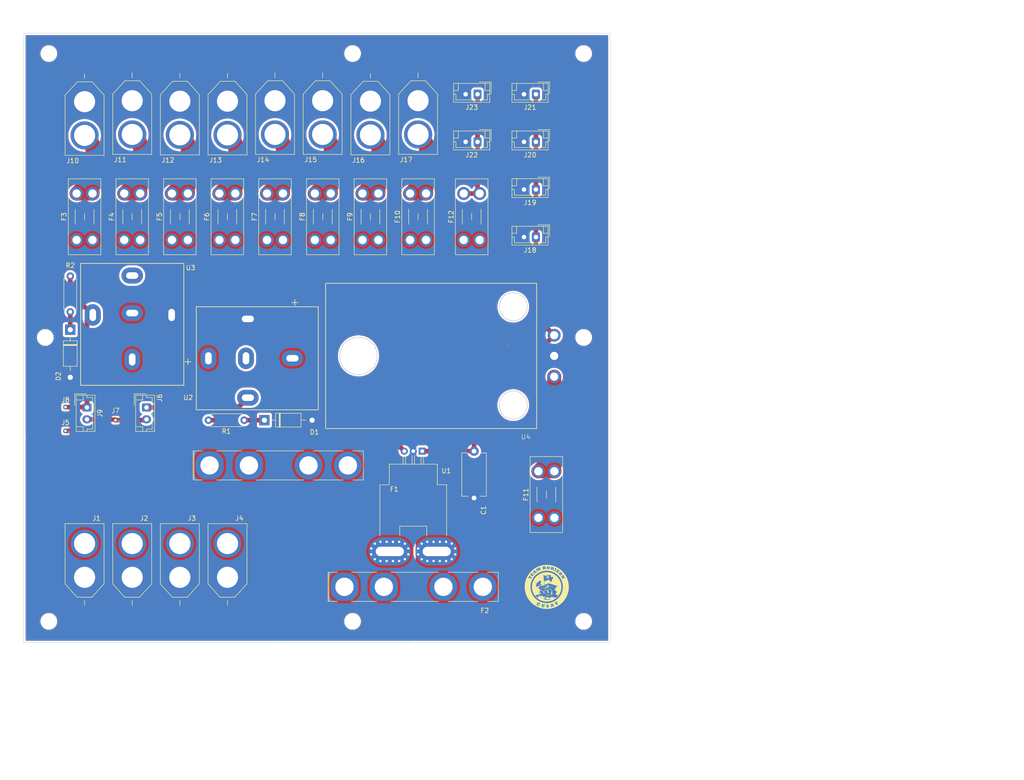
<source format=kicad_pcb>
(kicad_pcb (version 20221018) (generator pcbnew)
  (layers (0 "F.Cu" signal) (31 "B.Cu" signal) (34 "B.Paste" user) (35 "F.Paste" user) (36 "B.SilkS" user "B.Silkscreen") (37 "F.SilkS" user "F.Silkscreen") (38 "B.Mask" user) (39 "F.Mask" user) (44 "Edge.Cuts" user))
  (net 0 "")
  (net 1 "+12V")
  (net 2 "GND")
  (net 3 "/+IN")
  (net 4 "Net-(J15-Pin_1)")
  (net 5 "Net-(J5-Pin_1)")
  (net 6 "Net-(J6-Pin_1)")
  (net 7 "Net-(J10-Pin_1)")
  (net 8 "Net-(J11-Pin_1)")
  (net 9 "Net-(J12-Pin_1)")
  (net 10 "Net-(J13-Pin_1)")
  (net 11 "Net-(J14-Pin_1)")
  (net 12 "Net-(J16-Pin_1)")
  (net 13 "Net-(J17-Pin_1)")
  (net 14 "Net-(U4-12V_IN)")
  (net 15 "/+5V OUT")
  (net 16 "Net-(J22-Pin_1)")
  (net 17 "/12V OUT")
  (net 18 "/Relay Signal")
  (net 19 "Net-(U2-87)")
  (net 22 "/CM")
  (net 23 "/Relay Feedback")
  (net 24 "Net-(D1-K)")
  (net 25 "Net-(D2-K)")
  (footprint "MountingHole:MountingHole_3.2mm_M3" (layer "F.Cu") (at 42.418 83.439)
    (fp_text reference "REF**" hide)
    (fp_text value "MountingHole_3.2mm_M3")
    (pad "" np_thru_hole circle (at 0 0) (size 3.2 3.2) (drill 3.2) (layers "*.Cu" "*.Mask"))
  )
  (footprint "Modified Footprints:AMASS_XT60-F_1x02_P7.20mm_Vertical - Round Pads" (layer "F.Cu") (at 71.114 32.915 -90)
    (fp_text reference "J12" (at 12.7 2.54) (layer "F.SilkS"))
    (fp_text value "Conn_01x02_Socket" hide)
    (pad "1" thru_hole circle (at 7.305 -0.006 270) (size 6 6) (drill 4.5) (layers "*.Cu" "*.Mask") (net 9 "Net-(J12-Pin_1)"))
    (pad "2" thru_hole roundrect (at 0.105 -0.006 270) (size 6 6) (drill 4.5) (layers "*.Cu" "*.Mask") (net 2 "GND"))
  )
  (footprint "Resistor_THT:R_Axial_DIN0207_L6.3mm_D2.5mm_P7.62mm_Horizontal" (layer "F.Cu") (at 47.752 77.978 90)
    (fp_text reference "R2" (at 9.906 0 180) (layer "F.SilkS"))
    (fp_text value "R")
    (pad "1" thru_hole circle (at 0 0 90) (size 1.6 1.6) (drill 0.8) (layers "*.Cu" "*.Mask") (net 25 "Net-(D2-K)"))
    (pad "2" thru_hole oval (at 7.62 0 90) (size 1.6 1.6) (drill 0.8) (layers "*.Cu" "*.Mask") (net 23 "/Relay Feedback"))
  )
  (footprint "Modified Footprints:AMASS_XT60-F_1x02_P7.20mm_Vertical - Round Pads" (layer "F.Cu") (at 101.56 32.81 -90)
    (fp_text reference "J15" (at 12.7 2.54) (layer "F.SilkS"))
    (fp_text value "Conn_01x02_Socket" hide)
    (pad "1" thru_hole circle (at 7.305 -0.006 270) (size 6 6) (drill 4.5) (layers "*.Cu" "*.Mask") (net 4 "Net-(J15-Pin_1)"))
    (pad "2" thru_hole roundrect (at 0.105 -0.006 270) (size 6 6) (drill 4.5) (layers "*.Cu" "*.Mask") (net 2 "GND"))
  )
  (footprint "Connector_PinHeader_1.00mm:PinHeader_1x01_P1.00mm_Vertical" (layer "F.Cu") (at 46.736 103.378 180)
    (fp_text reference "J5" (at 0 1.778) (layer "F.SilkS"))
    (fp_text value "Conn_01x01_Pin")
    (pad "1" thru_hole rect (at 0 0 180) (size 0.85 0.85) (drill 0.5) (layers "*.Cu" "*.Mask") (net 5 "Net-(J5-Pin_1)"))
  )
  (footprint "Modified Footprints:AMASS_XT60-F_1x02_P7.20mm_Vertical - Round Pads" (layer "F.Cu") (at 121.914 32.81 -90)
    (fp_text reference "J17" (at 12.7 2.54 -180) (layer "F.SilkS"))
    (fp_text value "Conn_01x02_Socket" hide)
    (pad "1" thru_hole circle (at 7.305 -0.006 270) (size 6 6) (drill 4.5) (layers "*.Cu" "*.Mask") (net 13 "Net-(J17-Pin_1)"))
    (pad "2" thru_hole roundrect (at 0.105 -0.006 270) (size 6 6) (drill 4.5) (layers "*.Cu" "*.Mask") (net 2 "GND"))
  )
  (footprint "Fuse:Fuseholder_Blade_Mini_Keystone_3568" (layer "F.Cu") (at 69.42 62.64 90)
    (fp_text reference "F5" (at 4.96 -2.67 90) (layer "F.SilkS"))
    (fp_text value "?")
    (pad "1" thru_hole circle (at 0 0 90) (size 2.78 2.78) (drill 1.78) (layers "*.Cu" "*.Mask") (net 17 "/12V OUT"))
    (pad "1" thru_hole circle (at 0 3.4 90) (size 2.78 2.78) (drill 1.78) (layers "*.Cu" "*.Mask") (net 17 "/12V OUT"))
    (pad "2" thru_hole circle (at 9.92 0 90) (size 2.78 2.78) (drill 1.78) (layers "*.Cu" "*.Mask") (net 9 "Net-(J12-Pin_1)"))
    (pad "2" thru_hole circle (at 9.92 3.4 90) (size 2.78 2.78) (drill 1.78) (layers "*.Cu" "*.Mask") (net 9 "Net-(J12-Pin_1)"))
  )
  (footprint "MountingHole:MountingHole_3.2mm_M3" (layer "F.Cu") (at 157.226 83.439)
    (fp_text reference "REF**" hide)
    (fp_text value "MountingHole_3.2mm_M3")
    (pad "" np_thru_hole circle (at 0 0) (size 3.2 3.2) (drill 3.2) (layers "*.Cu" "*.Mask"))
  )
  (footprint "dc_converter_modules_tht:buck_5V" (layer "F.Cu") (at 124.714 87.376 180)
    (fp_text reference "U4" (at -20.162 -17.272 unlocked) (layer "F.SilkS") (effects (font (thickness 0.1))))
    (fp_text value "~")
    (fp_circle (center -17.5 -10.5) (end -14.5 -10.5) (stroke (width 0.15)) (fill none) (layer "Edge.Cuts"))
    (fp_circle (center -17.5 10.5) (end -14.5 10.5) (stroke (width 0.15)) (fill none) (layer "Edge.Cuts"))
    (fp_circle (center 15.5 0) (end 19.5 0) (stroke (width 0.15)) (fill none) (layer "Edge.Cuts"))
    (pad "1" thru_hole circle (at -26.23 -4.42 180) (size 2.75 2.75) (drill 1.75) (layers "*.Cu" "*.Mask") (net 14 "Net-(U4-12V_IN)"))
    (pad "2" thru_hole circle (at -26.23 0 180) (size 2.75 2.75) (drill 1.75) (layers "*.Cu" "*.Mask") (net 2 "GND"))
    (pad "3" thru_hole circle (at -26.23 4.42 180) (size 2.75 2.75) (drill 1.75) (layers "*.Cu" "*.Mask") (net 15 "/+5V OUT"))
  )
  (footprint "MountingHole:MountingHole_3.2mm_M3" (layer "F.Cu") (at 157.226 22.86)
    (fp_text reference "REF**" hide)
    (fp_text value "MountingHole_3.2mm_M3")
    (pad "" np_thru_hole circle (at 0 0) (size 3.2 3.2) (drill 3.2) (layers "*.Cu" "*.Mask"))
  )
  (footprint "Modified Footprints:AMASS_XT60-F_1x02_P7.20mm_Vertical - Round Pads" (layer "F.Cu") (at 81.286 134.725 90)
    (fp_text reference "J4" (at 12.7 2.54) (layer "F.SilkS"))
    (fp_text value "Conn_01x02_Socket" hide)
    (pad "1" thru_hole circle (at 7.305 -0.006 90) (size 6 6) (drill 4.5) (layers "*.Cu" "*.Mask") (net 3 "/+IN"))
    (pad "2" thru_hole roundrect (at 0.105 -0.006 90) (size 6 6) (drill 4.5) (layers "*.Cu" "*.Mask") (net 2 "GND"))
  )
  (footprint "Connector_JST:JST_EH_B2B-EH-A_1x02_P2.50mm_Vertical" (layer "F.Cu") (at 145.346 41.702)
    (fp_text reference "J20" (at 0.45 2.8) (layer "F.SilkS"))
    (fp_text value "Conn_01x02_Socket")
    (pad "1" thru_hole roundrect (at 1.7 0) (size 1.7 1.95) (drill 0.95) (layers "*.Cu" "*.Mask") (roundrect_rratio 0.1470588235) (net 15 "/+5V OUT"))
    (pad "2" thru_hole oval (at -0.84 0) (size 1.7 1.95) (drill 0.95) (layers "*.Cu" "*.Mask") (net 2 "GND"))
  )
  (footprint "Connector_PinHeader_1.00mm:PinHeader_1x01_P1.00mm_Vertical" (layer "F.Cu") (at 46.736 98.298)
    (fp_text reference "J8" (at 0 -1.56) (layer "F.SilkS"))
    (fp_text value "ES")
    (pad "1" thru_hole rect (at 0 0) (size 0.85 0.85) (drill 0.5) (layers "*.Cu" "*.Mask") (net 23 "/Relay Feedback"))
  )
  (footprint "CB1_P_12V:RELAY_CB1-P_PAN" (layer "F.Cu") (at 85.9155 89.5985 180)
    (fp_text reference "U2" (at 13.0175 -6.6675 unlocked) (layer "F.SilkS"))
    (fp_text value "CB1-P-12V")
    (pad "1" thru_hole oval (at -9.2075 1.7145) (size 4.6 3.4) (drill oval 2.6 1.4) (layers "*.Cu" "*.Mask") (net 1 "+12V"))
    (pad "2" thru_hole oval (at 0.2921 -6.6929) (size 4.6 3.4) (drill oval 2.6 1.4) (layers "*.Cu" "*.Mask") (net 6 "Net-(J6-Pin_1)"))
    (pad "3" thru_hole oval (at 8.6995 1.7145) (size 3.4 4.6) (drill oval 1.4 2.6) (layers "*.Cu" "*.Mask") (net 19 "Net-(U2-87)"))
    (pad "4" thru_hole oval (at 0.2921 10.1219) (size 4.6 3.4) (drill oval 2.6 1.4) (layers "*.Cu" "*.Mask") (net 2 "GND"))
    (pad "5" thru_hole oval (at 0.6985 1.7145) (size 3.4 4.6) (drill oval 1.4 2.6) (layers "*.Cu" "*.Mask"))
  )
  (footprint "MountingHole:MountingHole_3.2mm_M3" (layer "F.Cu") (at 107.95 144.018)
    (fp_text reference "REF**" hide)
    (fp_text value "MountingHole_3.2mm_M3")
    (pad "" np_thru_hole circle (at 0 0) (size 3.2 3.2) (drill 3.2) (layers "*.Cu" "*.Mask"))
  )
  (footprint "Fuse:Fuseholder_Blade_Mini_Keystone_3568" (layer "F.Cu") (at 49.1 62.64 90)
    (fp_text reference "F3" (at 4.96 -2.67 90) (layer "F.SilkS"))
    (fp_text value "?")
    (pad "1" thru_hole circle (at 0 0 90) (size 2.78 2.78) (drill 1.78) (layers "*.Cu" "*.Mask") (net 17 "/12V OUT"))
    (pad "1" thru_hole circle (at 0 3.4 90) (size 2.78 2.78) (drill 1.78) (layers "*.Cu" "*.Mask") (net 17 "/12V OUT"))
    (pad "2" thru_hole circle (at 9.92 0 90) (size 2.78 2.78) (drill 1.78) (layers "*.Cu" "*.Mask") (net 7 "Net-(J10-Pin_1)"))
    (pad "2" thru_hole circle (at 9.92 3.4 90) (size 2.78 2.78) (drill 1.78) (layers "*.Cu" "*.Mask") (net 7 "Net-(J10-Pin_1)"))
  )
  (footprint "Modified Footprints:AMASS_XT60-F_1x02_P7.20mm_Vertical - Round Pads" (layer "F.Cu") (at 60.966 134.725 90)
    (fp_text reference "J2" (at 12.7 2.54) (layer "F.SilkS"))
    (fp_text value "Conn_01x02_Socket" hide)
    (pad "1" thru_hole circle (at 7.305 -0.006 90) (size 6 6) (drill 4.5) (layers "*.Cu" "*.Mask") (net 3 "/+IN"))
    (pad "2" thru_hole roundrect (at 0.105 -0.006 90) (size 6 6) (drill 4.5) (layers "*.Cu" "*.Mask") (net 2 "GND"))
  )
  (footprint "Fuse:Fuseholder_Blade_Mini_Keystone_3568" (layer "F.Cu") (at 99.9 62.64 90)
    (fp_text reference "F8" (at 4.96 -2.67 90) (layer "F.SilkS"))
    (fp_text value "?")
    (pad "1" thru_hole circle (at 0 0 90) (size 2.78 2.78) (drill 1.78) (layers "*.Cu" "*.Mask") (net 17 "/12V OUT"))
    (pad "1" thru_hole circle (at 0 3.4 90) (size 2.78 2.78) (drill 1.78) (layers "*.Cu" "*.Mask") (net 17 "/12V OUT"))
    (pad "2" thru_hole circle (at 9.92 0 90) (size 2.78 2.78) (drill 1.78) (layers "*.Cu" "*.Mask") (net 4 "Net-(J15-Pin_1)"))
    (pad "2" thru_hole circle (at 9.92 3.4 90) (size 2.78 2.78) (drill 1.78) (layers "*.Cu" "*.Mask") (net 4 "Net-(J15-Pin_1)"))
  )
  (footprint "Resistor_THT:R_Axial_DIN0207_L6.3mm_D2.5mm_P7.62mm_Horizontal" (layer "F.Cu") (at 84.836 101.092 180)
    (fp_text reference "R1" (at 3.81 -2.37) (layer "F.SilkS"))
    (fp_text value "R")
    (pad "1" thru_hole circle (at 0 0 180) (size 1.6 1.6) (drill 0.8) (layers "*.Cu" "*.Mask") (net 24 "Net-(D1-K)"))
    (pad "2" thru_hole oval (at 7.62 0 180) (size 1.6 1.6) (drill 0.8) (layers "*.Cu" "*.Mask") (net 6 "Net-(J6-Pin_1)"))
  )
  (footprint "Modified Footprints:horizon_logo" (layer "F.Cu") (at 149.352 136.652)
    (fp_text reference "G***" hide)
    (fp_text value "LOGO" hide)
  )
  (footprint "Diode_THT:D_DO-41_SOD81_P10.16mm_Horizontal" (layer "F.Cu") (at 47.752 81.788 -90)
    (fp_text reference "D2" (at 9.906 2.54 90) (layer "F.SilkS"))
    (fp_text value "1N4001")
    (pad "1" thru_hole rect (at 0 0 270) (size 2.2 2.2) (drill 1.1) (layers "*.Cu" "*.Mask") (net 25 "Net-(D2-K)"))
    (pad "2" thru_hole oval (at 10.16 0 270) (size 2.2 2.2) (drill 1.1) (layers "*.Cu" "*.Mask") (net 2 "GND"))
  )
  (footprint "Connector_JST:JST_EH_B2B-EH-A_1x02_P2.50mm_Vertical" (layer "F.Cu") (at 132.9 31.542)
    (fp_text reference "J23" (at 0.45 2.8) (layer "F.SilkS"))
    (fp_text value "Conn_01x02_Socket")
    (pad "1" thru_hole roundrect (at 1.7 0) (size 1.7 1.95) (drill 0.95) (layers "*.Cu" "*.Mask") (roundrect_rratio 0.1470588235) (net 16 "Net-(J22-Pin_1)"))
    (pad "2" thru_hole oval (at -0.84 0) (size 1.7 1.95) (drill 0.95) (layers "*.Cu" "*.Mask") (net 2 "GND"))
  )
  (footprint "Modified Footprints:AMASS_XT60-F_1x02_P7.20mm_Vertical - Round Pads" (layer "F.Cu") (at 50.806 134.725 90)
    (fp_text reference "J1" (at 12.7 2.54) (layer "F.SilkS"))
    (fp_text value "Conn_01x02_Socket" hide)
    (pad "1" thru_hole circle (at 7.305 -0.006 90) (size 6 6) (drill 4.5) (layers "*.Cu" "*.Mask") (net 3 "/+IN"))
    (pad "2" thru_hole roundrect (at 0.105 -0.006 90) (size 6 6) (drill 4.5) (layers "*.Cu" "*.Mask") (net 2 "GND"))
  )
  (footprint "Fuse:Fuseholder_Blade_Mini_Keystone_3568" (layer "F.Cu") (at 131.65 62.64 90)
    (fp_text reference "F12" (at 4.96 -2.67 90) (layer "F.SilkS"))
    (fp_text value "?")
    (pad "1" thru_hole circle (at 0 0 90) (size 2.78 2.78) (drill 1.78) (layers "*.Cu" "*.Mask") (net 1 "+12V"))
    (pad "1" thru_hole circle (at 0 3.4 90) (size 2.78 2.78) (drill 1.78) (layers "*.Cu" "*.Mask") (net 1 "+12V"))
    (pad "2" thru_hole circle (at 9.92 0 90) (size 2.78 2.78) (drill 1.78) (layers "*.Cu" "*.Mask") (net 16 "Net-(J22-Pin_1)"))
    (pad "2" thru_hole circle (at 9.92 3.4 90) (size 2.78 2.78) (drill 1.78) (layers "*.Cu" "*.Mask") (net 16 "Net-(J22-Pin_1)"))
  )
  (footprint "Modified Footprints:AMASS_XT60-F_1x02_P7.20mm_Vertical - Round Pads" (layer "F.Cu") (at 50.8 33.02 -90)
    (fp_text reference "J10" (at 12.7 2.54) (layer "F.SilkS"))
    (fp_text value "Conn_01x02_Socket" hide)
    (pad "1" thru_hole circle (at 7.305 -0.006 270) (size 6 6) (drill 4.5) (layers "*.Cu" "*.Mask") (net 7 "Net-(J10-Pin_1)"))
    (pad "2" thru_hole roundrect (at 0.105 -0.006 270) (size 6 6) (drill 4.5) (layers "*.Cu" "*.Mask") (net 2 "GND"))
  )
  (footprint "Connector_JST:JST_EH_B2B-EH-A_1x02_P2.50mm_Vertical" (layer "F.Cu") (at 145.346 51.862)
    (fp_text reference "J19" (at 0.45 2.8) (layer "F.SilkS"))
    (fp_text value "Conn_01x02_Socket")
    (pad "1" thru_hole roundrect (at 1.7 0) (size 1.7 1.95) (drill 0.95) (layers "*.Cu" "*.Mask") (roundrect_rratio 0.1470588235) (net 15 "/+5V OUT"))
    (pad "2" thru_hole oval (at -0.84 0) (size 1.7 1.95) (drill 0.95) (layers "*.Cu" "*.Mask") (net 2 "GND"))
  )
  (footprint "Fuse:Fuseholder_Keystone_3555-2" (layer "F.Cu") (at 77.452 110.744)
    (fp_text reference "F1" (at 39.388 5.08) (layer "F.SilkS"))
    (fp_text value "?")
    (pad "1" thru_hole roundrect (at 0 0 90) (size 6 6) (drill 3.9) (layers "*.Cu" "*.Mask") (roundrect_rratio 0.4) (net 3 "/+IN"))
    (pad "1" thru_hole roundrect (at 8.4 0) (size 6 6) (drill 3.9) (layers "*.Cu" "*.Mask") (roundrect_rratio 0.4) (net 3 "/+IN"))
    (pad "2" thru_hole circle (at 21.1 0) (size 6 6) (drill 3.9) (layers "*.Cu" "*.Mask") (net 22 "/CM"))
    (pad "2" thru_hole circle (at 29.5 0) (size 6 6) (drill 3.9) (layers "*.Cu" "*.Mask") (net 22 "/CM"))
  )
  (footprint "Modified Footprints:AMASS_XT60-F_1x02_P7.20mm_Vertical - Round Pads" (layer "F.Cu") (at 111.754 32.915 -90)
    (fp_text reference "J16" (at 12.7 2.54) (layer "F.SilkS"))
    (fp_text value "Conn_01x02_Socket" hide)
    (pad "1" thru_hole circle (at 7.305 -0.006 270) (size 6 6) (drill 4.5) (layers "*.Cu" "*.Mask") (net 12 "Net-(J16-Pin_1)"))
    (pad "2" thru_hole roundrect (at 0.105 -0.006 270) (size 6 6) (drill 4.5) (layers "*.Cu" "*.Mask") (net 2 "GND"))
  )
  (footprint "Fuse:Fuseholder_Blade_Mini_Keystone_3568" (layer "F.Cu") (at 120.22 62.64 90)
    (fp_text reference "F10" (at 4.96 -2.67 90) (layer "F.SilkS"))
    (fp_text value "?")
    (pad "1" thru_hole circle (at 0 0 90) (size 2.78 2.78) (drill 1.78) (layers "*.Cu" "*.Mask") (net 17 "/12V OUT"))
    (pad "1" thru_hole circle (at 0 3.4 90) (size 2.78 2.78) (drill 1.78) (layers "*.Cu" "*.Mask") (net 17 "/12V OUT"))
    (pad "2" thru_hole circle (at 9.92 0 90) (size 2.78 2.78) (drill 1.78) (layers "*.Cu" "*.Mask") (net 13 "Net-(J17-Pin_1)"))
    (pad "2" thru_hole circle (at 9.92 3.4 90) (size 2.78 2.78) (drill 1.78) (layers "*.Cu" "*.Mask") (net 13 "Net-(J17-Pin_1)"))
  )
  (footprint "Modified Footprints:AMASS_XT60-F_1x02_P7.20mm_Vertical - Round Pads" (layer "F.Cu") (at 71.126 134.725 90)
    (fp_text reference "J3" (at 12.7 2.54) (layer "F.SilkS"))
    (fp_text value "Conn_01x02_Socket" hide)
    (pad "1" thru_hole circle (at 7.305 -0.006 90) (size 6 6) (drill 4.5) (layers "*.Cu" "*.Mask") (net 3 "/+IN"))
    (pad "2" thru_hole roundrect (at 0.105 -0.006 90) (size 6 6) (drill 4.5) (layers "*.Cu" "*.Mask") (net 2 "GND"))
  )
  (footprint "MountingHole:MountingHole_3.2mm_M3" (layer "F.Cu") (at 43.18 144.018)
    (fp_text reference "REF**" hide)
    (fp_text value "MountingHole_3.2mm_M3")
    (pad "" np_thru_hole circle (at 0 0) (size 3.2 3.2) (drill 3.2) (layers "*.Cu" "*.Mask"))
  )
  (footprint "Fuse:Fuseholder_Blade_Mini_Keystone_3568" (layer "F.Cu") (at 110.06 62.64 90)
    (fp_text reference "F9" (at 4.96 -2.67 90) (layer "F.SilkS"))
    (fp_text value "?")
    (pad "1" thru_hole circle (at 0 0 90) (size 2.78 2.78) (drill 1.78) (layers "*.Cu" "*.Mask") (net 17 "/12V OUT"))
    (pad "1" thru_hole circle (at 0 3.4 90) (size 2.78 2.78) (drill 1.78) (layers "*.Cu" "*.Mask") (net 17 "/12V OUT"))
    (pad "2" thru_hole circle (at 9.92 0 90) (size 2.78 2.78) (drill 1.78) (layers "*.Cu" "*.Mask") (net 12 "Net-(J16-Pin_1)"))
    (pad "2" thru_hole circle (at 9.92 3.4 90) (size 2.78 2.78) (drill 1.78) (layers "*.Cu" "*.Mask") (net 12 "Net-(J16-Pin_1)"))
  )
  (footprint "Connector_JST:JST_EH_B2B-EH-A_1x02_P2.50mm_Vertical" (layer "F.Cu") (at 145.346 62.022)
    (fp_text reference "J18" (at 0.45 2.8) (layer "F.SilkS"))
    (fp_text value "Conn_01x02_Socket")
    (pad "1" thru_hole roundrect (at 1.7 0) (size 1.7 1.95) (drill 0.95) (layers "*.Cu" "*.Mask") (roundrect_rratio 0.1470588235) (net 15 "/+5V OUT"))
    (pad "2" thru_hole oval (at -0.84 0) (size 1.7 1.95) (drill 0.95) (layers "*.Cu" "*.Mask") (net 2 "GND"))
  )
  (footprint "MountingHole:MountingHole_3.2mm_M3" (layer "F.Cu") (at 157.226 144.018)
    (fp_text reference "REF**" hide)
    (fp_text value "MountingHole_3.2mm_M3")
    (pad "" np_thru_hole circle (at 0 0) (size 3.2 3.2) (drill 3.2) (layers "*.Cu" "*.Mask"))
  )
  (footprint "Connector_JST:JST_EH_B2B-EH-A_1x02_P2.50mm_Vertical" (layer "F.Cu") (at 132.9 41.702)
    (fp_text reference "J22" (at 0.45 2.8) (layer "F.SilkS"))
    (fp_text value "Conn_01x02_Socket")
    (pad "1" thru_hole roundrect (at 1.7 0) (size 1.7 1.95) (drill 0.95) (layers "*.Cu" "*.Mask") (roundrect_rratio 0.1470588235) (net 16 "Net-(J22-Pin_1)"))
    (pad "2" thru_hole oval (at -0.84 0) (size 1.7 1.95) (drill 0.95) (layers "*.Cu" "*.Mask") (net 2 "GND"))
  )
  (footprint "Fuse:Fuseholder_Blade_Mini_Keystone_3568" (layer "F.Cu") (at 79.546 62.64 90)
    (fp_text reference "F6" (at 4.96 -2.67 90) (layer "F.SilkS"))
    (fp_text value "?")
    (pad "1" thru_hole circle (at 0 0 90) (size 2.78 2.78) (drill 1.78) (layers "*.Cu" "*.Mask") (net 17 "/12V OUT"))
    (pad "1" thru_hole circle (at 0 3.4 90) (size 2.78 2.78) (drill 1.78) (layers "*.Cu" "*.Mask") (net 17 "/12V OUT"))
    (pad "2" thru_hole circle (at 9.92 0 90) (size 2.78 2.78) (drill 1.78) (layers "*.Cu" "*.Mask") (net 10 "Net-(J13-Pin_1)"))
    (pad "2" thru_hole circle (at 9.92 3.4 90) (size 2.78 2.78) (drill 1.78) (layers "*.Cu" "*.Mask") (net 10 "Net-(J13-Pin_1)"))
  )
  (footprint "Diode_THT:D_DO-41_SOD81_P10.16mm_Horizontal" (layer "F.Cu") (at 89.154 101.092)
    (fp_text reference "D1" (at 10.668 2.54) (layer "F.SilkS"))
    (fp_text value "1N4001")
    (pad "1" thru_hole rect (at 0 0) (size 2.2 2.2) (drill 1.1) (layers "*.Cu" "*.Mask") (net 24 "Net-(D1-K)"))
    (pad "2" thru_hole oval (at 10.16 0) (size 2.2 2.2) (drill 1.1) (layers "*.Cu" "*.Mask") (net 2 "GND"))
  )
  (footprint "MountingHole:MountingHole_3.2mm_M3" (layer "F.Cu") (at 43.18 22.86)
    (fp_text reference "REF**" hide)
    (fp_text value "MountingHole_3.2mm_M3")
    (pad "" np_thru_hole circle (at 0 0) (size 3.2 3.2) (drill 3.2) (layers "*.Cu" "*.Mask"))
  )
  (footprint "Connector_JST:JST_EH_B2B-EH-A_1x02_P2.50mm_Vertical" (layer "F.Cu") (at 145.346 31.542)
    (fp_text reference "J21" (at 0.45 2.8) (layer "F.SilkS"))
    (fp_text value "Conn_01x02_Socket")
    (pad "1" thru_hole roundrect (at 1.7 0) (size 1.7 1.95) (drill 0.95) (layers "*.Cu" "*.Mask") (roundrect_rratio 0.1470588235) (net 15 "/+5V OUT"))
    (pad "2" thru_hole oval (at -0.84 0) (size 1.7 1.95) (drill 0.95) (layers "*.Cu" "*.Mask") (net 2 "GND"))
  )
  (footprint "Fuse:Fuseholder_Keystone_3555-2" (layer "F.Cu") (at 106.2215 136.652)
    (fp_text reference "F2" (at 29.9225 5.08) (layer "F.SilkS"))
    (fp_text value "?")
    (pad "1" thru_hole roundrect (at 0 0 90) (size 6 6) (drill 3.9) (layers "*.Cu" "*.Mask") (roundrect_rratio 0.4) (net 22 "/CM"))
    (pad "1" thru_hole roundrect (at 8.4 0) (size 6 6) (drill 3.9) (layers "*.Cu" "*.Mask") (roundrect_rratio 0.4) (net 22 "/CM"))
    (pad "2" thru_hole circle (at 21.1 0) (size 6 6) (drill 3.9) (layers "*.Cu" "*.Mask") (net 1 "+12V"))
    (pad "2" thru_hole circle (at 29.5 0) (size 6 6) (drill 3.9) (layers "*.Cu" "*.Mask") (net 1 "+12V"))
  )
  (footprint "Modified Footprints:AMASS_XT60-F_1x02_P7.20mm_Vertical - Round Pads" (layer "F.Cu") (at 81.274 32.915 -90)
    (fp_text reference "J13" (at 12.7 2.54) (layer "F.SilkS"))
    (fp_text value "Conn_01x02_Socket" hide)
    (pad "1" thru_hole circle (at 7.305 -0.006 270) (size 6 6) (drill 4.5) (layers "*.Cu" "*.Mask") (net 10 "Net-(J13-Pin_1)"))
    (pad "2" thru_hole roundrect (at 0.105 -0.006 270) (size 6 6) (drill 4.5) (layers "*.Cu" "*.Mask") (net 2 "GND"))
  )
  (footprint "MountingHole:MountingHole_3.2mm_M3" (layer "F.Cu") (at 107.95 22.86)
    (fp_text reference "REF**" hide)
    (fp_text value "MountingHole_3.2mm_M3")
    (pad "" np_thru_hole circle (at 0 0) (size 3.2 3.2) (drill 3.2) (layers "*.Cu" "*.Mask"))
  )
  (footprint "Capacitor_THT:C_Disc_D9.0mm_W5.0mm_P10.00mm" (layer "F.Cu") (at 133.858 107.696 -90)
    (fp_text reference "C1" (at 12.62 -2.032 -270) (layer "F.SilkS"))
    (fp_text value "C")
    (pad "1" thru_hole circle (at 0 0 270) (size 2 2) (drill 1) (layers "*.Cu" "*.Mask") (net 15 "/+5V OUT"))
    (pad "2" thru_hole circle (at 10 0 270) (size 2 2) (drill 1) (layers "*.Cu" "*.Mask") (net 2 "GND"))
  )
  (footprint "Modified Footprints:AMASS_XT60-F_1x02_P7.20mm_Vertical - Round Pads" (layer "F.Cu") (at 60.954 32.81 -90)
    (fp_text reference "J11" (at 12.7 2.54) (layer "F.SilkS"))
    (fp_text value "Conn_01x02_Socket" hide)
    (pad "1" thru_hole circle (at 7.305 -0.006 270) (size 6 6) (drill 4.5) (layers "*.Cu" "*.Mask") (net 8 "Net-(J11-Pin_1)"))
    (pad "2" thru_hole roundrect (at 0.105 -0.006 270) (size 6 6) (drill 4.5) (layers "*.Cu" "*.Mask") (net 2 "GND"))
  )
  (footprint "Modified Footprints:AMASS_XT60-F_1x02_P7.20mm_Vertical - Round Pads" (layer "F.Cu") (at 91.4 32.81 -90)
    (fp_text reference "J14" (at 12.7 2.54) (layer "F.SilkS"))
    (fp_text value "Conn_01x02_Socket" hide)
    (pad "1" thru_hole circle (at 7.305 -0.006 270) (size 6 6) (drill 4.5) (layers "*.Cu" "*.Mask") (net 11 "Net-(J14-Pin_1)"))
    (pad "2" thru_hole roundrect (at 0.105 -0.006 270) (size 6 6) (drill 4.5) (layers "*.Cu" "*.Mask") (net 2 "GND"))
  )
  (footprint "Connector_JST:JST_EH_B2B-EH-A_1x02_P2.50mm_Vertical" (layer "F.Cu") (at 51.308 100.076 90)
    (fp_text reference "J9" (at 0.45 2.8 270) (layer "F.SilkS"))
    (fp_text value "NO")
    (pad "1" thru_hole roundrect (at 1.7 0 90) (size 1.7 1.95) (drill 0.95) (layers "*.Cu" "*.Mask") (roundrect_rratio 0.1470588235) (net 23 "/Relay Feedback"))
    (pad "2" thru_hole oval (at -0.84 0 90) (size 1.7 1.95) (drill 0.95) (layers "*.Cu" "*.Mask") (net 18 "/Relay Signal"))
  )
  (footprint "Fuse:Fuseholder_Blade_Mini_Keystone_3568" (layer "F.Cu") (at 147.574 121.92 90)
    (fp_text reference "F11" (at 4.96 -2.67 90) (layer "F.SilkS"))
    (fp_text value "?")
    (pad "1" thru_hole circle (at 0 0 90) (size 2.78 2.78) (drill 1.78) (layers "*.Cu" "*.Mask") (net 1 "+12V"))
    (pad "1" thru_hole circle (at 0 3.4 90) (size 2.78 2.78) (drill 1.78) (layers "*.Cu" "*.Mask") (net 1 "+12V"))
    (pad "2" thru_hole circle (at 9.92 0 90) (size 2.78 2.78) (drill 1.78) (layers "*.Cu" "*.Mask") (net 14 "Net-(U4-12V_IN)"))
    (pad "2" thru_hole circle (at 9.92 3.4 90) (size 2.78 2.78) (drill 1.78) (layers "*.Cu" "*.Mask") (net 14 "Net-(U4-12V_IN)"))
  )
  (footprint "Connector_JST:JST_EH_B2B-EH-A_1x02_P2.50mm_Vertical" (layer "F.Cu") (at 64.008 100.076 90)
    (fp_text reference "J6" (at 3.732 2.8 90) (layer "F.SilkS"))
    (fp_text value "NC")
    (pad "1" thru_hole roundrect (at 1.7 0 90) (size 1.7 1.95) (drill 0.95) (layers "*.Cu" "*.Mask") (roundrect_rratio 0.1470588235) (net 6 "Net-(J6-Pin_1)"))
    (pad "2" thru_hole oval (at -0.84 0 90) (size 1.7 1.95) (drill 0.95) (layers "*.Cu" "*.Mask") (net 18 "/Relay Signal"))
  )
  (footprint "Connector_PinHeader_1.00mm:PinHeader_1x01_P1.00mm_Vertical" (layer "F.Cu") (at 57.404 101.092 180)
    (fp_text reference "J7" (at 0 2.032) (layer "F.SilkS"))
    (fp_text value "ES")
    (pad "1" thru_hole rect (at 0 0 180) (size 0.85 0.85) (drill 0.5) (layers "*.Cu" "*.Mask") (net 18 "/Relay Signal"))
  )
  (footprint "Fuse:Fuseholder_Blade_Mini_Keystone_3568" (layer "F.Cu") (at 59.26 62.64 90)
    (fp_text reference "F4" (at 4.96 -2.67 90) (layer "F.SilkS"))
    (fp_text value "?")
    (pad "1" thru_hole circle (at 0 0 90) (size 2.78 2.78) (drill 1.78) (layers "*.Cu" "*.Mask") (net 17 "/12V OUT"))
    (pad "1" thru_hole circle (at 0 3.4 90) (size 2.78 2.78) (drill 1.78) (layers "*.Cu" "*.Mask") (net 17 "/12V OUT"))
    (pad "2" thru_hole circle (at 9.92 0 90) (size 2.78 2.78) (drill 1.78) (layers "*.Cu" "*.Mask") (net 8 "Net-(J11-Pin_1)"))
    (pad "2" thru_hole circle (at 9.92 3.4 90) (size 2.78 2.78) (drill 1.78) (layers "*.Cu" "*.Mask") (net 8 "Net-(J11-Pin_1)"))
  )
  (footprint "Fuse:Fuseholder_Blade_Mini_Keystone_3568" (layer "F.Cu") (at 89.706 62.64 90)
    (fp_text reference "F7" (at 4.96 -2.67 90) (layer "F.SilkS"))
    (fp_text value "?")
    (pad "1" thru_hole circle (at 0 0 90) (size 2.78 2.78) (drill 1.78) (layers "*.Cu" "*.Mask") (net 17 "/12V OUT"))
    (pad "1" thru_hole circle (at 0 3.4 90) (size 2.78 2.78) (drill 1.78) (layers "*.Cu" "*.Mask") (net 17 "/12V OUT"))
    (pad "2" thru_hole circle (at 9.92 0 90) (size 2.78 2.78) (drill 1.78) (layers "*.Cu" "*.Mask") (net 11 "Net-(J14-Pin_1)"))
    (pad "2" thru_hole circle (at 9.92 3.4 90) (size 2.78 2.78) (drill 1.78) (layers "*.Cu" "*.Mask") (net 11 "Net-(J14-Pin_1)"))
  )
  (footprint "CB1_P_12V:RELAY_CB1-P_PAN" (layer "F.Cu") (at 59.2455 78.9305 90)
    (fp_text reference "U3" (at 10.3505 14.1605 unlocked) (layer "F.SilkS"))
    (fp_text value "CB1-P-12V")
    (pad "1" thru_hole oval (at -9.2075 1.7145 270) (size 4.6 3.4) (drill oval 2.6 1.4) (layers "*.Cu" "*.Mask") (net 19 "Net-(U2-87)"))
    (pad "2" thru_hole oval (at 0.2921 -6.6929 270) (size 4.6 3.4) (drill oval 2.6 1.4) (layers "*.Cu" "*.Mask") (net 23 "/Relay Feedback"))
    (pad "3" thru_hole oval (at 8.6995 1.7145 270) (size 3.4 4.6) (drill oval 1.4 2.6) (layers "*.Cu" "*.Mask"))
    (pad "4" thru_hole oval (at 0.2921 10.1219 270) (size 4.6 3.4) (drill oval 2.6 1.4) (layers "*.Cu" "*.Mask") (net 2 "GND"))
    (pad "5" thru_hole oval (at 0.6985 1.7145 270) (size 3.4 4.6) (drill oval 1.4 2.6) (layers "*.Cu" "*.Mask") (net 17 "/12V OUT"))
  )
  (footprint "Sensor_Current:Allegro_CB_PFF" (layer "F.Cu") (at 122.804 107.696 180)
    (fp_text reference "U1" (at -5.12 -4.205) (layer "F.SilkS"))
    (fp_text value "ACS758xCB-050U-PFF")
    (pad "1" thru_hole rect (at 0 0 180) (size 1.5 1.5) (drill 0.8) (layers "*.Cu" "*.Mask") (net 15 "/+5V OUT"))
    (pad "2" thru_hole circle (at 1.91 0 180) (size 1.5 1.5) (drill 0.8) (layers "*.Cu" "*.Mask") (net 2 "GND"))
    (pad "3" thru_hole circle (at 3.82 0 180) (size 1.5 1.5) (drill 0.8) (layers "*.Cu" "*.Mask") (net 5 "Net-(J5-Pin_1)"))
    (pad "4" thru_hole oval (at 2.96 -22.03 245) (size 0.8 0.8) (drill 0.5) (layers "*.Cu" "*.Mask") (net 22 "/CM"))
    (pad "4" thru_hole oval (at 2.96 -20.77 115) (size 0.8 0.8) (drill 0.5) (layers "*.Cu" "*.Mask") (net 22 "/CM"))
    (pad "4" thru_hole circle (at 3.71 -23.06 180) (size 0.8 0.8) (drill 0.5) (layers "*.Cu" "*.Mask") (net 22 "/CM"))
    (pad "4" thru_hole circle (at 3.71 -19.74 180) (size 0.8 0.8) (drill 0.5) (layers "*.Cu" "*.Mask") (net 22 "/CM"))
    (pad "4" thru_hole circle (at 4.91 -23.45 180) (size 0.8 0.8) (drill 0.5) (layers "*.Cu" "*.Mask") (net 22 "/CM"))
    (pad "4" thru_hole circle (at 4.91 -19.35 180) (size 0.8 0.8) (drill 0.5) (layers "*.Cu" "*.Mask") (net 22 "/CM"))
    (pad "4" thru_hole circle (at 6.24 -23.45 180) (size 0.8 0.8) (drill 0.5) (layers "*.Cu" "*.Mask") (net 22 "/CM"))
    (pad "4" thru_hole circle (at 6.24 -19.35 180) (size 0.8 0.8) (drill 0.5) (layers "*.Cu" "*.Mask") (net 22 "/CM"))
    (pad "4" thru_hole oval (at 6.91 -21.4 180) (size 9 6) (drill oval 6 2) (layers "*.Cu" "*.Mask") (net 22 "/CM"))
    (pad "4" thru_hole circle (at 7.58 -23.45 180) (size 0.8 0.8) (drill 0.5) (layers "*.Cu" "*.Mask") (net 22 "/CM"))
    (pad "4" thru_hole circle (at 7.58 -19.35 180) (size 0.8 0.8) (drill 0.5) (layers "*.Cu" "*.Mask") (net 22 "/CM"))
    (pad "4" thru_hole circle (at 8.91 -23.45 180) (size 0.8 0.8) (drill 0.5) (layers "*.Cu" "*.Mask") (net 22 "/CM"))
    (pad "4" thru_hole circle (at 8.91 -19.35 180) (size 0.8 0.8) (drill 0.5) (layers "*.Cu" "*.Mask") (net 22 "/CM"))
    (pad "4" thru_hole circle (at 10.11 -23.06 180) (size 0.8 0.8) (drill 0.5) (layers "*.Cu" "*.Mask") (net 22 "/CM"))
    (pad "4" thru_hole circle (at 10.11 -19.74 180) (size 0.8 0.8) (drill 0.5) (layers "*.Cu" "*.Mask") (net 22 "/CM"))
    (pad "4" thru_hole circle (at 10.86 -22.03 180) (size 0.8 0.8) (drill 0.5) (layers "*.Cu" "*.Mask") (net 22 "/CM"))
    (pad "4" thru_hole circle (at 10.86 -20.77 180) (size 0.8 0.8) (drill 0.5) (layers "*.Cu" "*.Mask") (net 22 "/CM"))
    (pad "5" thru_hole circle (at -7.04 -22.03 180) (size 0.8 0.8) (drill 0.5) (layers "*.Cu" "*.Mask") (net 1 "+12V"))
    (pad "5" thru_hole circle (at -7.04 -20.77 180) (size 0.8 0.8) (drill 0.5) (layers "*.Cu" "*.Mask") (net 1 "+12V"))
    (pad "5" thru_hole circle (at -6.29 -23.06 180) (size 0.8 0.8) (drill 0.5) (layers "*.Cu" "*.Mask") (net 1 "+12V"))
    (pad "5" thru_hole circle (at -6.29 -19.74 180) (size 0.8 0.8) (drill 0.5) (layers "*.Cu" "*.Mask") (net 1 "+12V"))
    (pad "5" thru_hole circle (at -5.09 -23.45 180) (size 0.8 0.8) (drill 0.5) (layers "*.Cu" "*.Mask") (net 1 "+12V"))
    (pad "5" thru_hole circle (at -5.09 -19.35 180) (size 0.8 0.8) (drill 0.5) (layers "*.Cu" "*.Mask") (net 1 "+12V"))
    (pad "5" thru_hole circle (at -3.76 -23.45 180) (size 0.8 0.8) (drill 0.5) (layers "*.Cu" "*.Mask") (net 1 "+12V"))
    (pad "5" thru_hole circle (at -3.76 -19.35 180) (size 0.8 0.8) (drill 0.5) (layers "*.Cu" "*.Mask") (net 1 "+12V"))
    (pad "5" thru_hole oval (at -3.09 -21.4 180) (size 9 6) (drill oval 6 2) (layers "*.Cu" "*.Mask") (net 1 "+12V"))
    (pad "5" thru_hole circle (at -2.42 -23.45 180) (size 0.8 0.8) (drill 0.5) (layers "*.Cu" "*.Mask") (net 1 "+12V"))
    (pad "5" thru_hole circle (at -2.42 -19.35 180) (size 0.8 0.8) (drill 0.5) (layers "*.Cu" "*.Mask") (net 1 "+12V"))
    (pad "5" thru_hole circle (at -1.09 -23.45 180) (size 0.8 0.8) (drill 0.5) (layers "*.Cu" "*.Mask") (net 1 "+12V"))
    (pad "5" thru_hole circle (at -1.09 -19.35 180) (size 0.8 0.8) (drill 0.5) (layers "*.Cu" "*.Mask") (net 1 "+12V"))
    (pad "5" thru_hole circle (at 0.11 -23.06 180) (size 0.8 0.8) (drill 0.5) (layers "*.Cu" "*.Mask") (net 1 "+12V"))
    (pad "5" thru_hole circle (at 0.11 -19.74 180) (size 0.8 0.8) (drill 0.5) (layers "*.Cu" "*.Mask") (net 1 "+12V"))
    (pad "5" thru_hole oval (at 0.86 -22.03 115) (size 0.8 0.8) (drill 0.5) (layers "*.Cu" "*.Mask") (net 1 "+12V"))
    (pad "5" thru_hole oval (at 0.86 -20.77 245) (size 0.8 0.8) (drill 0.5) (layers "*.Cu" "*.Mask") (net 1 "+12V"))
  )
  (gr_rect (start 251.03 177.8) (end 251.03 177.8) (stroke (width 0.2)) (fill none) (layer "F.Cu"))
  (gr_rect (start 251.03 177.8) (end 251.03 177.8) (stroke (width 0.2)) (fill none) (layer "F.Cu"))
  (gr_rect locked (start 37.846 18.542) (end 162.846 148.542) (stroke (width 0.1)) (fill none) (layer "Edge.Cuts"))
  (segment (start 99.9 52.72) (end 103.3 52.72) (width 3) (layer "F.Cu") (net 4))
  (segment (start 99.9 52.72) (end 103.3 49.32) (width 3) (layer "F.Cu") (net 4))
  (segment (start 103.3 41.849) (end 101.566 40.115) (width 3) (layer "F.Cu") (net 4))
  (segment (start 103.3 49.32) (end 103.3 48.26) (width 3) (layer "F.Cu") (net 4))
  (segment (start 103.3 52.72) (end 103.3 48.26) (width 3) (layer "F.Cu") (net 4))
  (segment (start 103.3 48.26) (end 103.3 41.849) (width 3) (layer "F.Cu") (net 4))
  (segment (start 114.666 103.378) (end 46.736 103.378) (width 1) (layer "F.Cu") (net 5))
  (segment (start 118.984 107.696) (end 114.666 103.378) (width 1) (layer "F.Cu") (net 5))
  (segment (start 77.216 101.092) (end 80.8228 101.092) (width 1) (layer "F.Cu") (net 6))
  (segment (start 80.8228 101.092) (end 85.6234 96.2914) (width 1) (layer "F.Cu") (net 6))
  (segment (start 83.5388 98.376) (end 85.6234 96.2914) (width 1) (layer "F.Cu") (net 6))
  (segment (start 64.008 98.376) (end 83.5388 98.376) (width 1) (layer "F.Cu") (net 6))
  (segment (start 49.1 52.72) (end 52.5 49.32) (width 3) (layer "F.Cu") (net 7))
  (segment (start 52.5 49.32) (end 52.5 48.768) (width 3) (layer "F.Cu") (net 7))
  (segment (start 52.5 52.72) (end 49.1 52.72) (width 3) (layer "F.Cu") (net 7))
  (segment (start 52.5 42.019) (end 50.806 40.325) (width 3) (layer "F.Cu") (net 7))
  (segment (start 52.5 52.72) (end 52.5 48.768) (width 3) (layer "F.Cu") (net 7))
  (segment (start 52.5 48.768) (end 52.5 42.019) (width 3) (layer "F.Cu") (net 7))
  (segment (start 59.26 52.72) (end 62.66 49.32) (width 3) (layer "F.Cu") (net 8))
  (segment (start 62.66 49.32) (end 62.66 48.26) (width 3) (layer "F.Cu") (net 8))
  (segment (start 62.66 41.815) (end 60.96 40.115) (width 3) (layer "F.Cu") (net 8))
  (segment (start 59.26 52.72) (end 62.66 52.72) (width 3) (layer "F.Cu") (net 8))
  (segment (start 62.66 48.26) (end 62.66 41.815) (width 3) (layer "F.Cu") (net 8))
  (segment (start 62.66 52.72) (end 62.66 48.26) (width 3) (layer "F.Cu") (net 8))
  (segment (start 72.82 49.32) (end 72.82 49.276) (width 3) (layer "F.Cu") (net 9))
  (segment (start 69.42 52.72) (end 72.82 52.72) (width 3) (layer "F.Cu") (net 9))
  (segment (start 69.42 52.72) (end 72.82 49.32) (width 3) (layer "F.Cu") (net 9))
  (segment (start 72.82 41.92) (end 71.12 40.22) (width 3) (layer "F.Cu") (net 9))
  (segment (start 72.82 49.276) (end 72.82 41.92) (width 3) (layer "F.Cu") (net 9))
  (segment (start 72.82 52.72) (end 72.82 49.276) (width 3) (layer "F.Cu") (net 9))
  (segment (start 82.946 52.72) (end 82.946 48.26) (width 3) (layer "F.Cu") (net 10))
  (segment (start 79.546 52.72) (end 82.946 49.32) (width 3) (layer "F.Cu") (net 10))
  (segment (start 79.546 52.72) (end 82.946 52.72) (width 3) (layer "F.Cu") (net 10))
  (segment (start 82.946 41.886) (end 81.28 40.22) (width 3) (layer "F.Cu") (net 10))
  (segment (start 82.946 48.26) (end 82.946 41.886) (width 3) (layer "F.Cu") (net 10))
  (segment (start 82.946 49.32) (end 82.946 48.26) (width 3) (layer "F.Cu") (net 10))
  (segment (start 93.106 52.72) (end 93.106 48.768) (width 3) (layer "F.Cu") (net 11))
  (segment (start 93.106 41.815) (end 91.406 40.115) (width 3) (layer "F.Cu") (net 11))
  (segment (start 93.106 49.32) (end 93.106 48.768) (width 3) (layer "F.Cu") (net 11))
  (segment (start 89.706 52.72) (end 93.106 49.32) (width 3) (layer "F.Cu") (net 11))
  (segment (start 89.706 52.72) (end 93.106 52.72) (width 3) (layer "F.Cu") (net 11))
  (segment (start 93.106 48.768) (end 93.106 41.815) (width 3) (layer "F.Cu") (net 11))
  (segment (start 113.46 41.92) (end 111.76 40.22) (width 3) (layer "F.Cu") (net 12))
  (segment (start 113.46 49.32) (end 113.46 49.276) (width 3) (layer "F.Cu") (net 12))
  (segment (start 110.06 52.72) (end 113.46 52.72) (width 3) (layer "F.Cu") (net 12))
  (segment (start 113.46 49.276) (end 113.46 41.92) (width 3) (layer "F.Cu") (net 12))
  (segment (start 113.46 52.72) (end 113.46 49.276) (width 3) (layer "F.Cu") (net 12))
  (segment (start 110.06 52.72) (end 113.46 49.32) (width 3) (layer "F.Cu") (net 12))
  (segment (start 123.62 49.276) (end 123.62 41.815) (width 3) (layer "F.Cu") (net 13))
  (segment (start 120.22 52.72) (end 123.62 52.72) (width 3) (layer "F.Cu") (net 13))
  (segment (start 123.62 52.72) (end 123.62 49.276) (width 3) (layer "F.Cu") (net 13))
  (segment (start 123.62 41.815) (end 121.92 40.115) (width 3) (layer "F.Cu") (net 13))
  (segment (start 120.22 52.72) (end 123.62 49.32) (width 3) (layer "F.Cu") (net 13))
  (segment (start 123.62 49.32) (end 123.62 49.276) (width 3) (layer "F.Cu") (net 13))
  (segment (start 147.574 112) (end 150.862 108.712) (width 3) (layer "F.Cu") (net 14))
  (segment (start 150.944 108.712) (end 150.944 111.97) (width 3) (layer "F.Cu") (net 14))
  (segment (start 147.574 112) (end 150.974 112) (width 3) (layer "F.Cu") (net 14))
  (segment (start 150.944 111.97) (end 150.974 112) (width 3) (layer "F.Cu") (net 14))
  (segment (start 150.862 108.712) (end 150.944 108.712) (width 3) (layer "F.Cu") (net 14))
  (segment (start 150.944 91.796) (end 150.944 108.712) (width 3) (layer "F.Cu") (net 14))
  (segment (start 150.944 82.956) (end 147.046 79.058) (width 1) (layer "F.Cu") (net 15))
  (segment (start 147.046 41.702) (end 147.046 31.542) (width 1) (layer "F.Cu") (net 15))
  (segment (start 122.804 107.696) (end 133.858 107.696) (width 1) (layer "F.Cu") (net 15))
  (segment (start 147.046 62.022) (end 147.046 51.862) (width 1) (layer "F.Cu") (net 15))
  (segment (start 147.046 79.058) (end 147.046 62.022) (width 1) (layer "F.Cu") (net 15))
  (segment (start 147.046 51.862) (end 147.046 41.702) (width 1) (layer "F.Cu") (net 15))
  (segment (start 133.858 100.042) (end 133.858 107.696) (width 1) (layer "F.Cu") (net 15))
  (segment (start 150.944 82.956) (end 133.858 100.042) (width 1) (layer "F.Cu") (net 15))
  (segment (start 131.65 52.72) (end 135.05 52.72) (width 1) (layer "F.Cu") (net 16))
  (segment (start 134.6 52.27) (end 135.05 52.72) (width 1) (layer "F.Cu") (net 16))
  (segment (start 134.6 41.702) (end 134.6 31.542) (width 1) (layer "F.Cu") (net 16))
  (segment (start 134.6 41.702) (end 134.6 52.27) (width 1) (layer "F.Cu") (net 16))
  (segment (start 57.228 100.916) (end 57.404 101.092) (width 1) (layer "F.Cu") (net 18))
  (segment (start 57.404 101.092) (end 63.832 101.092) (width 1) (layer "F.Cu") (net 18))
  (segment (start 51.308 100.916) (end 57.228 100.916) (width 1) (layer "F.Cu") (net 18))
  (segment (start 63.832 101.092) (end 64.008 100.916) (width 1) (layer "F.Cu") (net 18))
  (segment (start 76.962 88.138) (end 77.216 87.884) (width 10) (layer "F.Cu") (net 19))
  (segment (start 60.96 88.138) (end 76.962 88.138) (width 10) (layer "F.Cu") (net 19))
  (segment (start 47.752 70.358) (end 47.752 73.8378) (width 1) (layer "F.Cu") (net 23))
  (segment (start 47.752 73.8378) (end 52.5526 78.6384) (width 1) (layer "F.Cu") (net 23))
  (segment (start 51.23 98.298) (end 51.308 98.376) (width 1) (layer "F.Cu") (net 23))
  (segment (start 46.736 98.298) (end 51.23 98.298) (width 1) (layer "F.Cu") (net 23))
  (segment (start 51.308 98.376) (end 51.308 79.883) (width 1) (layer "F.Cu") (net 23))
  (segment (start 51.308 79.883) (end 52.5526 78.6384) (width 1) (layer "F.Cu") (net 23))
  (segment (start 89.154 101.092) (end 84.836 101.092) (width 1) (layer "F.Cu") (net 24))
  (segment (start 47.752 77.978) (end 47.752 81.788) (width 1) (layer "F.Cu") (net 25))
  (zone (net 3) (net_name "/+IN") (layer "F.Cu") (priority 1) (connect_pads yes (clearance 0.5)) (min_thickness 0.25) (fill yes (thermal_gap 0.5) (thermal_bridge_width 0.5))
    (polygon (pts (xy 35.052 151.384) (xy 91.948 151.384) (xy 91.948 105.156) (xy 35.052 105.156)))
  )
  (zone (net 22) (net_name "/CM") (layer "F.Cu") (priority 2) (connect_pads yes (clearance 0.5)) (min_thickness 0.25) (fill yes (thermal_gap 0.5) (thermal_bridge_width 0.5))
    (polygon (pts (xy 91.948 151.384) (xy 120.904 151.384) (xy 120.904 105.156) (xy 91.948 105.156)))
  )
  (zone (net 1) (net_name "+12V") (layer "F.Cu") (connect_pads yes (clearance 0.5)) (min_thickness 0.25) (fill yes (thermal_gap 0.5) (thermal_bridge_width 0.5))
    (polygon (pts (xy 32.766 11.684) (xy 167.64 12.446) (xy 167.64 152.654) (xy 33.02 152.908)))
  )
  (zone (net 17) (net_name "/12V OUT") (layer "F.Cu") (priority 4) (connect_pads yes (clearance 0.5)) (min_thickness 0.25) (fill yes (thermal_gap 0.5) (thermal_bridge_width 0.5))
    (polygon (pts (xy 45.72 55.88) (xy 127 55.88) (xy 127 81.28) (xy 45.72 81.28)))
  )
  (zone (net 2) (net_name "GND") (layer "B.Cu") (connect_pads yes (clearance 0.5)) (min_thickness 0.25) (fill yes (thermal_gap 0.5) (thermal_bridge_width 0.5))
    (polygon (pts (xy 33.02 11.43) (xy 167.132 11.684) (xy 167.132 153.67) (xy 33.02 153.416)))
  )
)
</source>
